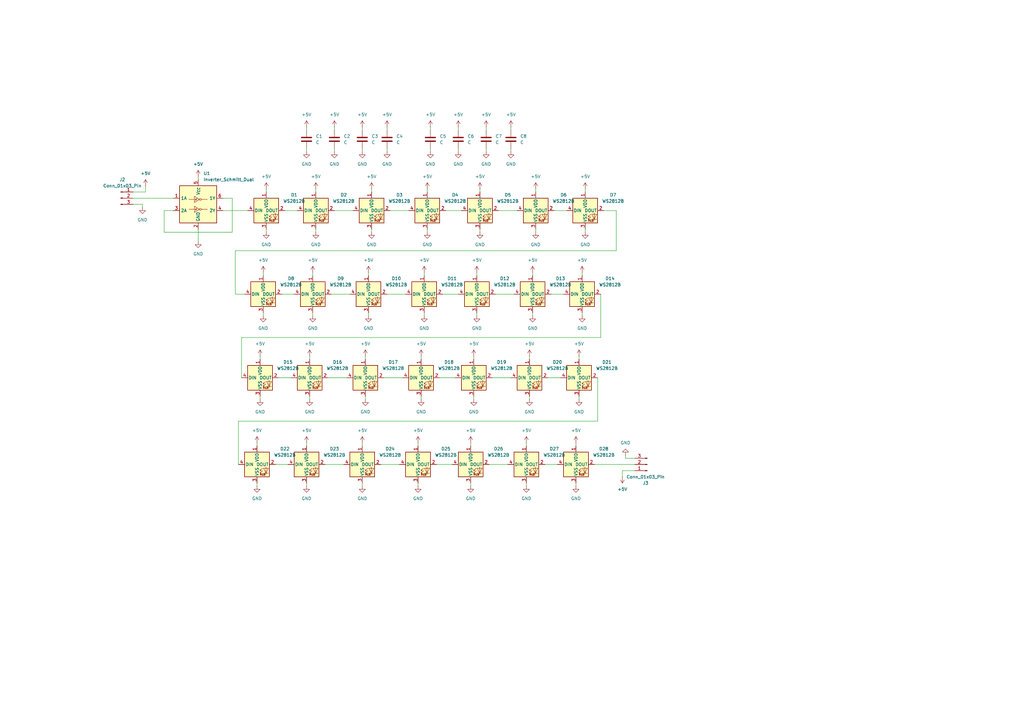
<source format=kicad_sch>
(kicad_sch (version 20250114) (generator "eeschema") (generator_version "9.0")
  (paper "A3")
  (lib_symbols
    (symbol "74xGxx:Inverter_Schmitt_Dual"
      (property "Reference" "U" (at 2.54 12.7 0))
      (property "Value" "Inverter_Schmitt_Dual" (at 2.54 10.16 0))
      (symbol "Inverter_Schmitt_Dual_1_1"
        (rectangle (start -7.62 7.62) (end 7.62 -7.62) (stroke (width 0.254)) (fill (type background)))
        (polyline (pts (xy -1.524 3.302) (xy 0.508 2.032) (xy -1.524 0.762) (xy -1.524 3.302)))
        (polyline (pts (xy -1.524 2.032) (xy -3.81 2.032)))
        (polyline (pts (xy -1.524 -0.762) (xy 0.508 -2.032) (xy -1.524 -3.302) (xy -1.524 -0.762)))
        (polyline (pts (xy -1.524 -2.032) (xy -3.81 -2.032)))
        (polyline (pts (xy -1.016 1.778) (xy -1.016 2.286) (xy -0.762 2.286) (xy -0.762 1.778) (xy -1.27 1.778)))
        (polyline (pts (xy -1.016 -2.286) (xy -1.016 -1.778) (xy -0.762 -1.778) (xy -0.762 -2.286) (xy -1.27 -2.286)))
        (polyline (pts (xy -0.762 2.286) (xy -0.508 2.286)))
        (polyline (pts (xy -0.762 -1.778) (xy -0.508 -1.778)))
        (circle (center 0.889 2.032) (radius 0.381))
        (circle (center 0.889 -2.032) (radius 0.381))
        (polyline (pts (xy 1.27 2.032) (xy 3.81 2.032)))
        (polyline (pts (xy 1.27 -2.032) (xy 3.81 -2.032)))
        (pin input line (at -10.16 2.54 0) (length 2.54) (name "1A") (number "1"))
        (pin input line (at -10.16 -2.54 0) (length 2.54) (name "2A") (number "3"))
        (pin power_in line (at 0 10.16 270) (length 2.54) (name "V_{CC}") (number "5"))
        (pin power_in line (at 0 -10.16 90) (length 2.54) (name "GND") (number "2"))
        (pin output line (at 10.16 2.54 180) (length 2.54) (name "1Y") (number "6"))
        (pin output line (at 10.16 -2.54 180) (length 2.54) (name "2Y") (number "4"))
      )
    )
    (symbol "Connector:Conn_01x03_Pin" (pin_names (offset 1.016) (hide yes))
      (property "Reference" "J" (at 0 5.08 0))
      (property "Value" "Conn_01x03_Pin" (at 0 -5.08 0))
      (symbol "Conn_01x03_Pin_1_1"
        (rectangle (start 0.8636 2.667) (end 0 2.413) (stroke (width 0.1524)) (fill (type outline)))
        (rectangle (start 0.8636 0.127) (end 0 -0.127) (stroke (width 0.1524)) (fill (type outline)))
        (rectangle (start 0.8636 -2.413) (end 0 -2.667) (stroke (width 0.1524)) (fill (type outline)))
        (polyline (pts (xy 1.27 2.54) (xy 0.8636 2.54)) (stroke (width 0.1524)))
        (polyline (pts (xy 1.27 0) (xy 0.8636 0)) (stroke (width 0.1524)))
        (polyline (pts (xy 1.27 -2.54) (xy 0.8636 -2.54)) (stroke (width 0.1524)))
        (pin passive line (at 5.08 2.54 180) (length 3.81) (name "Pin_1") (number "1"))
        (pin passive line (at 5.08 0 180) (length 3.81) (name "Pin_2") (number "2"))
        (pin passive line (at 5.08 -2.54 180) (length 3.81) (name "Pin_3") (number "3"))
      )
    )
    (symbol "Device:C" (pin_numbers (hide yes)) (pin_names (offset 0.254))
      (property "Reference" "C" (at 0.635 2.54 0))
      (property "Value" "C" (at 0.635 -2.54 0))
      (symbol "C_0_1"
        (polyline (pts (xy -2.032 0.762) (xy 2.032 0.762)) (stroke (width 0.508)))
        (polyline (pts (xy -2.032 -0.762) (xy 2.032 -0.762)) (stroke (width 0.508)))
      )
      (symbol "C_1_1"
        (pin passive line (at 0 3.81 270) (length 2.794) (name "~") (number "1"))
        (pin passive line (at 0 -3.81 90) (length 2.794) (name "~") (number "2"))
      )
    )
    (symbol "LED:WS2812B" (pin_names (offset 0.254))
      (property "Reference" "D" (at 5.08 5.715 0))
      (property "Value" "WS2812B" (at 1.27 -5.715 0))
      (symbol "WS2812B_0_0"
        (text "RGB" (at 2.286 -4.191 0) (effects (font (size 0.762 0.762))))
      )
      (symbol "WS2812B_0_1"
        (polyline (pts (xy 1.27 -2.54) (xy 1.778 -2.54)))
        (polyline (pts (xy 1.27 -3.556) (xy 1.778 -3.556)))
        (polyline (pts (xy 2.286 -1.524) (xy 1.27 -2.54) (xy 1.27 -2.032)))
        (polyline (pts (xy 2.286 -2.54) (xy 1.27 -3.556) (xy 1.27 -3.048)))
        (polyline (pts (xy 3.683 -1.016) (xy 3.683 -3.556) (xy 3.683 -4.064)))
        (polyline (pts (xy 4.699 -1.524) (xy 2.667 -1.524) (xy 3.683 -3.556) (xy 4.699 -1.524)))
        (polyline (pts (xy 4.699 -3.556) (xy 2.667 -3.556)))
        (rectangle (start 5.08 5.08) (end -5.08 -5.08) (stroke (width 0.254)) (fill (type background)))
      )
      (symbol "WS2812B_1_1"
        (pin input line (at -7.62 0 0) (length 2.54) (name "DIN") (number "4"))
        (pin power_in line (at 0 7.62 270) (length 2.54) (name "VDD") (number "1"))
        (pin power_in line (at 0 -7.62 90) (length 2.54) (name "VSS") (number "3"))
        (pin output line (at 7.62 0 180) (length 2.54) (name "DOUT") (number "2"))
      )
    )
    (symbol "power:+5V" (power) (pin_numbers (hide yes)) (pin_names (offset 0) (hide yes))
      (property "Value" "+5V" (at 0 3.556 0))
      (symbol "+5V_0_1"
        (polyline (pts (xy -0.762 1.27) (xy 0 2.54)))
        (polyline (pts (xy 0 2.54) (xy 0.762 1.27)))
        (polyline (pts (xy 0 0) (xy 0 2.54)))
      )
      (symbol "+5V_1_1"
        (pin power_in line (at 0 0 90) (length 0) (name "~") (number "1"))
      )
    )
    (symbol "power:GND" (power) (pin_numbers (hide yes)) (pin_names (offset 0) (hide yes))
      (property "Value" "GND" (at 0 -3.81 0))
      (symbol "GND_0_1"
        (polyline (pts (xy 0 0) (xy 0 -1.27) (xy 1.27 -1.27) (xy 0 -2.54) (xy -1.27 -1.27) (xy 0 -1.27)))
      )
      (symbol "GND_1_1"
        (pin power_in line (at 0 0 270) (length 0) (name "~") (number "1"))
      )
    )
  )
  (wire (pts (xy 152.4 95.25) (xy 152.4 93.98)))
  (wire (pts (xy 194.31 146.05) (xy 194.31 147.32)))
  (wire (pts (xy 105.41 199.39) (xy 105.41 198.12)))
  (wire (pts (xy 245.11 172.72) (xy 97.79 172.72)))
  (wire (pts (xy 160.02 86.36) (xy 167.64 86.36)))
  (wire (pts (xy 95.25 95.25) (xy 67.31 95.25)))
  (wire (pts (xy 224.79 154.94) (xy 229.87 154.94)))
  (wire (pts (xy 156.21 190.5) (xy 163.83 190.5)))
  (wire (pts (xy 175.26 77.47) (xy 175.26 78.74)))
  (wire (pts (xy 252.73 86.36) (xy 252.73 102.87)))
  (wire (pts (xy 95.25 81.28) (xy 95.25 95.25)))
  (wire (pts (xy 137.16 86.36) (xy 144.78 86.36)))
  (wire (pts (xy 200.66 190.5) (xy 208.28 190.5)))
  (wire (pts (xy 173.99 111.76) (xy 173.99 113.03)))
  (wire (pts (xy 157.48 154.94) (xy 165.1 154.94)))
  (wire (pts (xy 171.45 199.39) (xy 171.45 198.12)))
  (wire (pts (xy 199.39 60.96) (xy 199.39 62.23)))
  (wire (pts (xy 105.41 181.61) (xy 105.41 182.88)))
  (wire (pts (xy 203.2 120.65) (xy 210.82 120.65)))
  (wire (pts (xy 187.96 52.07) (xy 187.96 53.34)))
  (wire (pts (xy 58.42 83.82) (xy 54.61 83.82)))
  (wire (pts (xy 158.75 60.96) (xy 158.75 62.23)))
  (wire (pts (xy 227.33 86.36) (xy 232.41 86.36)))
  (wire (pts (xy 135.89 120.65) (xy 143.51 120.65)))
  (wire (pts (xy 149.86 163.83) (xy 149.86 162.56)))
  (wire (pts (xy 99.06 138.43) (xy 99.06 154.94)))
  (wire (pts (xy 148.59 199.39) (xy 148.59 198.12)))
  (wire (pts (xy 114.3 154.94) (xy 119.38 154.94)))
  (wire (pts (xy 226.06 120.65) (xy 231.14 120.65)))
  (wire (pts (xy 148.59 60.96) (xy 148.59 62.23)))
  (wire (pts (xy 195.58 111.76) (xy 195.58 113.03)))
  (wire (pts (xy 106.68 146.05) (xy 106.68 147.32)))
  (wire (pts (xy 245.11 154.94) (xy 245.11 172.72)))
  (wire (pts (xy 58.42 85.09) (xy 58.42 83.82)))
  (wire (pts (xy 243.84 190.5) (xy 260.35 190.5)))
  (wire (pts (xy 109.22 95.25) (xy 109.22 93.98)))
  (wire (pts (xy 115.57 120.65) (xy 120.65 120.65)))
  (wire (pts (xy 217.17 163.83) (xy 217.17 162.56)))
  (wire (pts (xy 240.03 77.47) (xy 240.03 78.74)))
  (wire (pts (xy 129.54 95.25) (xy 129.54 93.98)))
  (wire (pts (xy 201.93 154.94) (xy 209.55 154.94)))
  (wire (pts (xy 193.04 181.61) (xy 193.04 182.88)))
  (wire (pts (xy 107.95 129.54) (xy 107.95 128.27)))
  (wire (pts (xy 129.54 77.47) (xy 129.54 78.74)))
  (wire (pts (xy 128.27 129.54) (xy 128.27 128.27)))
  (wire (pts (xy 148.59 52.07) (xy 148.59 53.34)))
  (wire (pts (xy 209.55 60.96) (xy 209.55 62.23)))
  (wire (pts (xy 137.16 60.96) (xy 137.16 62.23)))
  (wire (pts (xy 173.99 129.54) (xy 173.99 128.27)))
  (wire (pts (xy 182.88 86.36) (xy 189.23 86.36)))
  (wire (pts (xy 246.38 120.65) (xy 246.38 138.43)))
  (wire (pts (xy 125.73 199.39) (xy 125.73 198.12)))
  (wire (pts (xy 247.65 86.36) (xy 252.73 86.36)))
  (wire (pts (xy 238.76 111.76) (xy 238.76 113.03)))
  (wire (pts (xy 204.47 86.36) (xy 212.09 86.36)))
  (wire (pts (xy 81.28 72.39) (xy 81.28 73.66)))
  (wire (pts (xy 218.44 129.54) (xy 218.44 128.27)))
  (wire (pts (xy 151.13 111.76) (xy 151.13 113.03)))
  (wire (pts (xy 176.53 60.96) (xy 176.53 62.23)))
  (wire (pts (xy 149.86 146.05) (xy 149.86 147.32)))
  (wire (pts (xy 96.52 120.65) (xy 100.33 120.65)))
  (wire (pts (xy 196.85 95.25) (xy 196.85 93.98)))
  (wire (pts (xy 54.61 81.28) (xy 71.12 81.28)))
  (wire (pts (xy 256.54 186.69) (xy 256.54 187.96)))
  (wire (pts (xy 158.75 120.65) (xy 166.37 120.65)))
  (wire (pts (xy 180.34 154.94) (xy 186.69 154.94)))
  (wire (pts (xy 125.73 181.61) (xy 125.73 182.88)))
  (wire (pts (xy 128.27 111.76) (xy 128.27 113.03)))
  (wire (pts (xy 152.4 77.47) (xy 152.4 78.74)))
  (wire (pts (xy 97.79 172.72) (xy 97.79 190.5)))
  (wire (pts (xy 187.96 60.96) (xy 187.96 62.23)))
  (wire (pts (xy 113.03 190.5) (xy 118.11 190.5)))
  (wire (pts (xy 59.69 76.2) (xy 59.69 78.74)))
  (wire (pts (xy 127 163.83) (xy 127 162.56)))
  (wire (pts (xy 209.55 52.07) (xy 209.55 53.34)))
  (wire (pts (xy 158.75 52.07) (xy 158.75 53.34)))
  (wire (pts (xy 193.04 199.39) (xy 193.04 198.12)))
  (wire (pts (xy 125.73 52.07) (xy 125.73 53.34)))
  (wire (pts (xy 175.26 95.25) (xy 175.26 93.98)))
  (wire (pts (xy 176.53 52.07) (xy 176.53 53.34)))
  (wire (pts (xy 148.59 181.61) (xy 148.59 182.88)))
  (wire (pts (xy 218.44 111.76) (xy 218.44 113.03)))
  (wire (pts (xy 238.76 129.54) (xy 238.76 128.27)))
  (wire (pts (xy 194.31 163.83) (xy 194.31 162.56)))
  (wire (pts (xy 109.22 77.47) (xy 109.22 78.74)))
  (wire (pts (xy 127 146.05) (xy 127 147.32)))
  (wire (pts (xy 246.38 138.43) (xy 99.06 138.43)))
  (wire (pts (xy 219.71 95.25) (xy 219.71 93.98)))
  (wire (pts (xy 67.31 95.25) (xy 67.31 86.36)))
  (wire (pts (xy 195.58 129.54) (xy 195.58 128.27)))
  (wire (pts (xy 181.61 120.65) (xy 187.96 120.65)))
  (wire (pts (xy 134.62 154.94) (xy 142.24 154.94)))
  (wire (pts (xy 125.73 60.96) (xy 125.73 62.23)))
  (wire (pts (xy 237.49 163.83) (xy 237.49 162.56)))
  (wire (pts (xy 116.84 86.36) (xy 121.92 86.36)))
  (wire (pts (xy 91.44 81.28) (xy 95.25 81.28)))
  (wire (pts (xy 133.35 190.5) (xy 140.97 190.5)))
  (wire (pts (xy 255.27 195.58) (xy 255.27 193.04)))
  (wire (pts (xy 171.45 181.61) (xy 171.45 182.88)))
  (wire (pts (xy 151.13 129.54) (xy 151.13 128.27)))
  (wire (pts (xy 172.72 163.83) (xy 172.72 162.56)))
  (wire (pts (xy 107.95 111.76) (xy 107.95 113.03)))
  (wire (pts (xy 236.22 181.61) (xy 236.22 182.88)))
  (wire (pts (xy 240.03 95.25) (xy 240.03 93.98)))
  (wire (pts (xy 217.17 146.05) (xy 217.17 147.32)))
  (wire (pts (xy 91.44 86.36) (xy 101.6 86.36)))
  (wire (pts (xy 67.31 86.36) (xy 71.12 86.36)))
  (wire (pts (xy 219.71 77.47) (xy 219.71 78.74)))
  (wire (pts (xy 179.07 190.5) (xy 185.42 190.5)))
  (wire (pts (xy 172.72 146.05) (xy 172.72 147.32)))
  (wire (pts (xy 236.22 199.39) (xy 236.22 198.12)))
  (wire (pts (xy 137.16 52.07) (xy 137.16 53.34)))
  (wire (pts (xy 255.27 193.04) (xy 260.35 193.04)))
  (wire (pts (xy 196.85 77.47) (xy 196.85 78.74)))
  (wire (pts (xy 96.52 102.87) (xy 96.52 120.65)))
  (wire (pts (xy 237.49 146.05) (xy 237.49 147.32)))
  (wire (pts (xy 252.73 102.87) (xy 96.52 102.87)))
  (wire (pts (xy 59.69 78.74) (xy 54.61 78.74)))
  (wire (pts (xy 199.39 52.07) (xy 199.39 53.34)))
  (wire (pts (xy 215.9 199.39) (xy 215.9 198.12)))
  (wire (pts (xy 215.9 181.61) (xy 215.9 182.88)))
  (wire (pts (xy 223.52 190.5) (xy 228.6 190.5)))
  (wire (pts (xy 106.68 163.83) (xy 106.68 162.56)))
  (wire (pts (xy 81.28 93.98) (xy 81.28 99.06)))
  (wire (pts (xy 256.54 187.96) (xy 260.35 187.96)))
  (symbol (lib_id "power:+5V") (at 173.99 111.76 0) (unit 1)
    (property "Reference" "#PWR032" (effects (hide yes)))
    (property "Value" "+5V" (at 173.99 106.68 0))
    (property "Description" "Power symbol creates a global label with name \"+5V\"" (effects (hide yes)))
  )
  (symbol (lib_id "power:GND") (at 107.95 129.54 0) (unit 1)
    (property "Reference" "#PWR027" (effects (hide yes)))
    (property "Value" "GND" (at 107.95 134.62 0))
    (property "Description" "Power symbol creates a global label with name \"GND\" , ground" (effects (hide yes)))
  )
  (symbol (lib_id "LED:WS2812B") (at 195.58 120.65 0) (unit 1)
    (property "Reference" "D12" (at 207.01 114.2298 0))
    (property "Value" "WS2812B" (at 207.01 116.7698 0))
    (property "Footprint" "LED_SMD:LED_WS2812B_PLCC4_5.0x5.0mm_P3.2mm" (effects (hide yes)))
    (property "Datasheet" "https://cdn-shop.adafruit.com/datasheets/WS2812B.pdf" (effects (hide yes)))
    (property "Description" "RGB LED with integrated controller" (effects (hide yes)))
  )
  (symbol (lib_id "power:+5V") (at 125.73 181.61 0) (unit 1)
    (property "Reference" "#PWR056" (effects (hide yes)))
    (property "Value" "+5V" (at 125.73 176.53 0))
    (property "Description" "Power symbol creates a global label with name \"+5V\"" (effects (hide yes)))
  )
  (symbol (lib_id "power:GND") (at 149.86 163.83 0) (unit 1)
    (property "Reference" "#PWR045" (effects (hide yes)))
    (property "Value" "GND" (at 149.86 168.91 0))
    (property "Description" "Power symbol creates a global label with name \"GND\" , ground" (effects (hide yes)))
  )
  (symbol (lib_id "Device:C") (at 209.55 57.15 0) (unit 1)
    (property "Reference" "C8" (at 213.36 55.8799 0) (effects (justify left)))
    (property "Value" "C" (at 213.36 58.4199 0) (effects (justify left)))
    (property "Footprint" "Capacitor_SMD:C_0805_2012Metric" (effects (hide yes)))
    (property "Description" "Unpolarized capacitor" (effects (hide yes)))
  )
  (symbol (lib_id "power:GND") (at 176.53 62.23 0) (unit 1)
    (property "Reference" "#PWR069" (effects (hide yes)))
    (property "Value" "GND" (at 176.53 67.31 0))
    (property "Description" "Power symbol creates a global label with name \"GND\" , ground" (effects (hide yes)))
  )
  (symbol (lib_id "power:GND") (at 236.22 199.39 0) (unit 1)
    (property "Reference" "#PWR067" (effects (hide yes)))
    (property "Value" "GND" (at 236.22 204.47 0))
    (property "Description" "Power symbol creates a global label with name \"GND\" , ground" (effects (hide yes)))
  )
  (symbol (lib_id "LED:WS2812B") (at 109.22 86.36 0) (unit 1)
    (property "Reference" "D1" (at 120.65 79.9398 0))
    (property "Value" "WS2812B" (at 120.65 82.4798 0))
    (property "Footprint" "LED_SMD:LED_WS2812B_PLCC4_5.0x5.0mm_P3.2mm" (effects (hide yes)))
    (property "Datasheet" "https://cdn-shop.adafruit.com/datasheets/WS2812B.pdf" (effects (hide yes)))
    (property "Description" "RGB LED with integrated controller" (effects (hide yes)))
  )
  (symbol (lib_id "power:GND") (at 173.99 129.54 0) (unit 1)
    (property "Reference" "#PWR033" (effects (hide yes)))
    (property "Value" "GND" (at 173.99 134.62 0))
    (property "Description" "Power symbol creates a global label with name \"GND\" , ground" (effects (hide yes)))
  )
  (symbol (lib_id "power:+5V") (at 209.55 52.07 0) (unit 1)
    (property "Reference" "#PWR074" (effects (hide yes)))
    (property "Value" "+5V" (at 209.55 46.99 0))
    (property "Description" "Power symbol creates a global label with name \"+5V\"" (effects (hide yes)))
  )
  (symbol (lib_id "power:+5V") (at 59.69 76.2 0) (unit 1)
    (property "Reference" "#PWR076" (effects (hide yes)))
    (property "Value" "+5V" (at 59.69 71.12 0))
    (property "Description" "Power symbol creates a global label with name \"+5V\"" (effects (hide yes)))
  )
  (symbol (lib_id "LED:WS2812B") (at 217.17 154.94 0) (unit 1)
    (property "Reference" "D20" (at 228.6 148.5198 0))
    (property "Value" "WS2812B" (at 228.6 151.0598 0))
    (property "Footprint" "LED_SMD:LED_WS2812B_PLCC4_5.0x5.0mm_P3.2mm" (effects (hide yes)))
    (property "Datasheet" "https://cdn-shop.adafruit.com/datasheets/WS2812B.pdf" (effects (hide yes)))
    (property "Description" "RGB LED with integrated controller" (effects (hide yes)))
  )
  (symbol (lib_id "power:GND") (at 58.42 85.09 0) (unit 1)
    (property "Reference" "#PWR077" (effects (hide yes)))
    (property "Value" "GND" (at 58.42 90.17 0))
    (property "Description" "Power symbol creates a global label with name \"GND\" , ground" (effects (hide yes)))
  )
  (symbol (lib_id "power:GND") (at 151.13 129.54 0) (unit 1)
    (property "Reference" "#PWR031" (effects (hide yes)))
    (property "Value" "GND" (at 151.13 134.62 0))
    (property "Description" "Power symbol creates a global label with name \"GND\" , ground" (effects (hide yes)))
  )
  (symbol (lib_id "power:+5V") (at 129.54 77.47 0) (unit 1)
    (property "Reference" "#PWR06" (effects (hide yes)))
    (property "Value" "+5V" (at 129.54 72.39 0))
    (property "Description" "Power symbol creates a global label with name \"+5V\"" (effects (hide yes)))
  )
  (symbol (lib_id "power:+5V") (at 105.41 181.61 0) (unit 1)
    (property "Reference" "#PWR054" (effects (hide yes)))
    (property "Value" "+5V" (at 105.41 176.53 0))
    (property "Description" "Power symbol creates a global label with name \"+5V\"" (effects (hide yes)))
  )
  (symbol (lib_id "power:+5V") (at 109.22 77.47 0) (unit 1)
    (property "Reference" "#PWR05" (effects (hide yes)))
    (property "Value" "+5V" (at 109.22 72.39 0))
    (property "Description" "Power symbol creates a global label with name \"+5V\"" (effects (hide yes)))
  )
  (symbol (lib_id "Device:C") (at 158.75 57.15 0) (unit 1)
    (property "Reference" "C4" (at 162.56 55.8799 0) (effects (justify left)))
    (property "Value" "C" (at 162.56 58.4199 0) (effects (justify left)))
    (property "Footprint" "Capacitor_SMD:C_0805_2012Metric" (effects (hide yes)))
    (property "Description" "Unpolarized capacitor" (effects (hide yes)))
  )
  (symbol (lib_id "LED:WS2812B") (at 193.04 190.5 0) (unit 1)
    (property "Reference" "D26" (at 204.47 184.0798 0))
    (property "Value" "WS2812B" (at 204.47 186.6198 0))
    (property "Footprint" "LED_SMD:LED_WS2812B_PLCC4_5.0x5.0mm_P3.2mm" (effects (hide yes)))
    (property "Datasheet" "https://cdn-shop.adafruit.com/datasheets/WS2812B.pdf" (effects (hide yes)))
    (property "Description" "RGB LED with integrated controller" (effects (hide yes)))
  )
  (symbol (lib_id "LED:WS2812B") (at 129.54 86.36 0) (unit 1)
    (property "Reference" "D2" (at 140.97 79.9398 0))
    (property "Value" "WS2812B" (at 140.97 82.4798 0))
    (property "Footprint" "LED_SMD:LED_WS2812B_PLCC4_5.0x5.0mm_P3.2mm" (effects (hide yes)))
    (property "Datasheet" "https://cdn-shop.adafruit.com/datasheets/WS2812B.pdf" (effects (hide yes)))
    (property "Description" "RGB LED with integrated controller" (effects (hide yes)))
  )
  (symbol (lib_id "power:+5V") (at 187.96 52.07 0) (unit 1)
    (property "Reference" "#PWR070" (effects (hide yes)))
    (property "Value" "+5V" (at 187.96 46.99 0))
    (property "Description" "Power symbol creates a global label with name \"+5V\"" (effects (hide yes)))
  )
  (symbol (lib_id "power:GND") (at 148.59 62.23 0) (unit 1)
    (property "Reference" "#PWR023" (effects (hide yes)))
    (property "Value" "GND" (at 148.59 67.31 0))
    (property "Description" "Power symbol creates a global label with name \"GND\" , ground" (effects (hide yes)))
  )
  (symbol (lib_id "LED:WS2812B") (at 236.22 190.5 0) (unit 1)
    (property "Reference" "D28" (at 247.65 184.0798 0))
    (property "Value" "WS2812B" (at 247.65 186.6198 0))
    (property "Footprint" "LED_SMD:LED_WS2812B_PLCC4_5.0x5.0mm_P3.2mm" (effects (hide yes)))
    (property "Datasheet" "https://cdn-shop.adafruit.com/datasheets/WS2812B.pdf" (effects (hide yes)))
    (property "Description" "RGB LED with integrated controller" (effects (hide yes)))
  )
  (symbol (lib_id "power:GND") (at 127 163.83 0) (unit 1)
    (property "Reference" "#PWR043" (effects (hide yes)))
    (property "Value" "GND" (at 127 168.91 0))
    (property "Description" "Power symbol creates a global label with name \"GND\" , ground" (effects (hide yes)))
  )
  (symbol (lib_id "power:GND") (at 196.85 95.25 0) (unit 1)
    (property "Reference" "#PWR013" (effects (hide yes)))
    (property "Value" "GND" (at 196.85 100.33 0))
    (property "Description" "Power symbol creates a global label with name \"GND\" , ground" (effects (hide yes)))
  )
  (symbol (lib_id "power:+5V") (at 236.22 181.61 0) (unit 1)
    (property "Reference" "#PWR066" (effects (hide yes)))
    (property "Value" "+5V" (at 236.22 176.53 0))
    (property "Description" "Power symbol creates a global label with name \"+5V\"" (effects (hide yes)))
  )
  (symbol (lib_id "LED:WS2812B") (at 237.49 154.94 0) (unit 1)
    (property "Reference" "D21" (at 248.92 148.5198 0))
    (property "Value" "WS2812B" (at 248.92 151.0598 0))
    (property "Footprint" "LED_SMD:LED_WS2812B_PLCC4_5.0x5.0mm_P3.2mm" (effects (hide yes)))
    (property "Datasheet" "https://cdn-shop.adafruit.com/datasheets/WS2812B.pdf" (effects (hide yes)))
    (property "Description" "RGB LED with integrated controller" (effects (hide yes)))
  )
  (symbol (lib_id "LED:WS2812B") (at 149.86 154.94 0) (unit 1)
    (property "Reference" "D17" (at 161.29 148.5198 0))
    (property "Value" "WS2812B" (at 161.29 151.0598 0))
    (property "Footprint" "LED_SMD:LED_WS2812B_PLCC4_5.0x5.0mm_P3.2mm" (effects (hide yes)))
    (property "Datasheet" "https://cdn-shop.adafruit.com/datasheets/WS2812B.pdf" (effects (hide yes)))
    (property "Description" "RGB LED with integrated controller" (effects (hide yes)))
  )
  (symbol (lib_id "power:GND") (at 125.73 199.39 0) (unit 1)
    (property "Reference" "#PWR057" (effects (hide yes)))
    (property "Value" "GND" (at 125.73 204.47 0))
    (property "Description" "Power symbol creates a global label with name \"GND\" , ground" (effects (hide yes)))
  )
  (symbol (lib_id "power:GND") (at 195.58 129.54 0) (unit 1)
    (property "Reference" "#PWR035" (effects (hide yes)))
    (property "Value" "GND" (at 195.58 134.62 0))
    (property "Description" "Power symbol creates a global label with name \"GND\" , ground" (effects (hide yes)))
  )
  (symbol (lib_id "power:+5V") (at 127 146.05 0) (unit 1)
    (property "Reference" "#PWR042" (effects (hide yes)))
    (property "Value" "+5V" (at 127 140.97 0))
    (property "Description" "Power symbol creates a global label with name \"+5V\"" (effects (hide yes)))
  )
  (symbol (lib_id "Device:C") (at 199.39 57.15 0) (unit 1)
    (property "Reference" "C7" (at 203.2 55.8799 0) (effects (justify left)))
    (property "Value" "C" (at 203.2 58.4199 0) (effects (justify left)))
    (property "Footprint" "Capacitor_SMD:C_0805_2012Metric" (effects (hide yes)))
    (property "Description" "Unpolarized capacitor" (effects (hide yes)))
  )
  (symbol (lib_id "Device:C") (at 137.16 57.15 0) (unit 1)
    (property "Reference" "C2" (at 140.97 55.8799 0) (effects (justify left)))
    (property "Value" "C" (at 140.97 58.4199 0) (effects (justify left)))
    (property "Footprint" "Capacitor_SMD:C_0805_2012Metric" (effects (hide yes)))
    (property "Description" "Unpolarized capacitor" (effects (hide yes)))
  )
  (symbol (lib_id "power:GND") (at 172.72 163.83 0) (unit 1)
    (property "Reference" "#PWR047" (effects (hide yes)))
    (property "Value" "GND" (at 172.72 168.91 0))
    (property "Description" "Power symbol creates a global label with name \"GND\" , ground" (effects (hide yes)))
  )
  (symbol (lib_id "power:GND") (at 209.55 62.23 0) (unit 1)
    (property "Reference" "#PWR075" (effects (hide yes)))
    (property "Value" "GND" (at 209.55 67.31 0))
    (property "Description" "Power symbol creates a global label with name \"GND\" , ground" (effects (hide yes)))
  )
  (symbol (lib_id "power:+5V") (at 149.86 146.05 0) (unit 1)
    (property "Reference" "#PWR044" (effects (hide yes)))
    (property "Value" "+5V" (at 149.86 140.97 0))
    (property "Description" "Power symbol creates a global label with name \"+5V\"" (effects (hide yes)))
  )
  (symbol (lib_id "LED:WS2812B") (at 194.31 154.94 0) (unit 1)
    (property "Reference" "D19" (at 205.74 148.5198 0))
    (property "Value" "WS2812B" (at 205.74 151.0598 0))
    (property "Footprint" "LED_SMD:LED_WS2812B_PLCC4_5.0x5.0mm_P3.2mm" (effects (hide yes)))
    (property "Datasheet" "https://cdn-shop.adafruit.com/datasheets/WS2812B.pdf" (effects (hide yes)))
    (property "Description" "RGB LED with integrated controller" (effects (hide yes)))
  )
  (symbol (lib_id "power:+5V") (at 172.72 146.05 0) (unit 1)
    (property "Reference" "#PWR046" (effects (hide yes)))
    (property "Value" "+5V" (at 172.72 140.97 0))
    (property "Description" "Power symbol creates a global label with name \"+5V\"" (effects (hide yes)))
  )
  (symbol (lib_id "LED:WS2812B") (at 218.44 120.65 0) (unit 1)
    (property "Reference" "D13" (at 229.87 114.2298 0))
    (property "Value" "WS2812B" (at 229.87 116.7698 0))
    (property "Footprint" "LED_SMD:LED_WS2812B_PLCC4_5.0x5.0mm_P3.2mm" (effects (hide yes)))
    (property "Datasheet" "https://cdn-shop.adafruit.com/datasheets/WS2812B.pdf" (effects (hide yes)))
    (property "Description" "RGB LED with integrated controller" (effects (hide yes)))
  )
  (symbol (lib_id "power:+5V") (at 107.95 111.76 0) (unit 1)
    (property "Reference" "#PWR026" (effects (hide yes)))
    (property "Value" "+5V" (at 107.95 106.68 0))
    (property "Description" "Power symbol creates a global label with name \"+5V\"" (effects (hide yes)))
  )
  (symbol (lib_id "power:GND") (at 171.45 199.39 0) (unit 1)
    (property "Reference" "#PWR061" (effects (hide yes)))
    (property "Value" "GND" (at 171.45 204.47 0))
    (property "Description" "Power symbol creates a global label with name \"GND\" , ground" (effects (hide yes)))
  )
  (symbol (lib_id "LED:WS2812B") (at 172.72 154.94 0) (unit 1)
    (property "Reference" "D18" (at 184.15 148.5198 0))
    (property "Value" "WS2812B" (at 184.15 151.0598 0))
    (property "Footprint" "LED_SMD:LED_WS2812B_PLCC4_5.0x5.0mm_P3.2mm" (effects (hide yes)))
    (property "Datasheet" "https://cdn-shop.adafruit.com/datasheets/WS2812B.pdf" (effects (hide yes)))
    (property "Description" "RGB LED with integrated controller" (effects (hide yes)))
  )
  (symbol (lib_id "LED:WS2812B") (at 215.9 190.5 0) (unit 1)
    (property "Reference" "D27" (at 227.33 184.0798 0))
    (property "Value" "WS2812B" (at 227.33 186.6198 0))
    (property "Footprint" "LED_SMD:LED_WS2812B_PLCC4_5.0x5.0mm_P3.2mm" (effects (hide yes)))
    (property "Datasheet" "https://cdn-shop.adafruit.com/datasheets/WS2812B.pdf" (effects (hide yes)))
    (property "Description" "RGB LED with integrated controller" (effects (hide yes)))
  )
  (symbol (lib_id "power:+5V") (at 218.44 111.76 0) (unit 1)
    (property "Reference" "#PWR036" (effects (hide yes)))
    (property "Value" "+5V" (at 218.44 106.68 0))
    (property "Description" "Power symbol creates a global label with name \"+5V\"" (effects (hide yes)))
  )
  (symbol (lib_id "power:+5V") (at 199.39 52.07 0) (unit 1)
    (property "Reference" "#PWR072" (effects (hide yes)))
    (property "Value" "+5V" (at 199.39 46.99 0))
    (property "Description" "Power symbol creates a global label with name \"+5V\"" (effects (hide yes)))
  )
  (symbol (lib_id "LED:WS2812B") (at 196.85 86.36 0) (unit 1)
    (property "Reference" "D5" (at 208.28 79.9398 0))
    (property "Value" "WS2812B" (at 208.28 82.4798 0))
    (property "Footprint" "LED_SMD:LED_WS2812B_PLCC4_5.0x5.0mm_P3.2mm" (effects (hide yes)))
    (property "Datasheet" "https://cdn-shop.adafruit.com/datasheets/WS2812B.pdf" (effects (hide yes)))
    (property "Description" "RGB LED with integrated controller" (effects (hide yes)))
  )
  (symbol (lib_id "power:GND") (at 109.22 95.25 0) (unit 1)
    (property "Reference" "#PWR03" (effects (hide yes)))
    (property "Value" "GND" (at 109.22 100.33 0))
    (property "Description" "Power symbol creates a global label with name \"GND\" , ground" (effects (hide yes)))
  )
  (symbol (lib_id "LED:WS2812B") (at 106.68 154.94 0) (unit 1)
    (property "Reference" "D15" (at 118.11 148.5198 0))
    (property "Value" "WS2812B" (at 118.11 151.0598 0))
    (property "Footprint" "LED_SMD:LED_WS2812B_PLCC4_5.0x5.0mm_P3.2mm" (effects (hide yes)))
    (property "Datasheet" "https://cdn-shop.adafruit.com/datasheets/WS2812B.pdf" (effects (hide yes)))
    (property "Description" "RGB LED with integrated controller" (effects (hide yes)))
  )
  (symbol (lib_id "power:GND") (at 148.59 199.39 0) (unit 1)
    (property "Reference" "#PWR059" (effects (hide yes)))
    (property "Value" "GND" (at 148.59 204.47 0))
    (property "Description" "Power symbol creates a global label with name \"GND\" , ground" (effects (hide yes)))
  )
  (symbol (lib_id "power:GND") (at 256.54 186.69 180) (unit 1)
    (property "Reference" "#PWR078" (effects (hide yes)))
    (property "Value" "GND" (at 256.54 181.61 0))
    (property "Description" "Power symbol creates a global label with name \"GND\" , ground" (effects (hide yes)))
  )
  (symbol (lib_id "LED:WS2812B") (at 128.27 120.65 0) (unit 1)
    (property "Reference" "D9" (at 139.7 114.2298 0))
    (property "Value" "WS2812B" (at 139.7 116.7698 0))
    (property "Footprint" "LED_SMD:LED_WS2812B_PLCC4_5.0x5.0mm_P3.2mm" (effects (hide yes)))
    (property "Datasheet" "https://cdn-shop.adafruit.com/datasheets/WS2812B.pdf" (effects (hide yes)))
    (property "Description" "RGB LED with integrated controller" (effects (hide yes)))
  )
  (symbol (lib_id "power:GND") (at 129.54 95.25 0) (unit 1)
    (property "Reference" "#PWR07" (effects (hide yes)))
    (property "Value" "GND" (at 129.54 100.33 0))
    (property "Description" "Power symbol creates a global label with name \"GND\" , ground" (effects (hide yes)))
  )
  (symbol (lib_id "LED:WS2812B") (at 240.03 86.36 0) (unit 1)
    (property "Reference" "D7" (at 251.46 79.9398 0))
    (property "Value" "WS2812B" (at 251.46 82.4798 0))
    (property "Footprint" "LED_SMD:LED_WS2812B_PLCC4_5.0x5.0mm_P3.2mm" (effects (hide yes)))
    (property "Datasheet" "https://cdn-shop.adafruit.com/datasheets/WS2812B.pdf" (effects (hide yes)))
    (property "Description" "RGB LED with integrated controller" (effects (hide yes)))
  )
  (symbol (lib_id "power:GND") (at 158.75 62.23 0) (unit 1)
    (property "Reference" "#PWR025" (effects (hide yes)))
    (property "Value" "GND" (at 158.75 67.31 0))
    (property "Description" "Power symbol creates a global label with name \"GND\" , ground" (effects (hide yes)))
  )
  (symbol (lib_id "power:+5V") (at 152.4 77.47 0) (unit 1)
    (property "Reference" "#PWR08" (effects (hide yes)))
    (property "Value" "+5V" (at 152.4 72.39 0))
    (property "Description" "Power symbol creates a global label with name \"+5V\"" (effects (hide yes)))
  )
  (symbol (lib_id "power:+5V") (at 217.17 146.05 0) (unit 1)
    (property "Reference" "#PWR050" (effects (hide yes)))
    (property "Value" "+5V" (at 217.17 140.97 0))
    (property "Description" "Power symbol creates a global label with name \"+5V\"" (effects (hide yes)))
  )
  (symbol (lib_id "LED:WS2812B") (at 152.4 86.36 0) (unit 1)
    (property "Reference" "D3" (at 163.83 79.9398 0))
    (property "Value" "WS2812B" (at 163.83 82.4798 0))
    (property "Footprint" "LED_SMD:LED_WS2812B_PLCC4_5.0x5.0mm_P3.2mm" (effects (hide yes)))
    (property "Datasheet" "https://cdn-shop.adafruit.com/datasheets/WS2812B.pdf" (effects (hide yes)))
    (property "Description" "RGB LED with integrated controller" (effects (hide yes)))
  )
  (symbol (lib_id "power:+5V") (at 194.31 146.05 0) (unit 1)
    (property "Reference" "#PWR048" (effects (hide yes)))
    (property "Value" "+5V" (at 194.31 140.97 0))
    (property "Description" "Power symbol creates a global label with name \"+5V\"" (effects (hide yes)))
  )
  (symbol (lib_id "LED:WS2812B") (at 151.13 120.65 0) (unit 1)
    (property "Reference" "D10" (at 162.56 114.2298 0))
    (property "Value" "WS2812B" (at 162.56 116.7698 0))
    (property "Footprint" "LED_SMD:LED_WS2812B_PLCC4_5.0x5.0mm_P3.2mm" (effects (hide yes)))
    (property "Datasheet" "https://cdn-shop.adafruit.com/datasheets/WS2812B.pdf" (effects (hide yes)))
    (property "Description" "RGB LED with integrated controller" (effects (hide yes)))
  )
  (symbol (lib_id "power:GND") (at 194.31 163.83 0) (unit 1)
    (property "Reference" "#PWR049" (effects (hide yes)))
    (property "Value" "GND" (at 194.31 168.91 0))
    (property "Description" "Power symbol creates a global label with name \"GND\" , ground" (effects (hide yes)))
  )
  (symbol (lib_id "Device:C") (at 176.53 57.15 0) (unit 1)
    (property "Reference" "C5" (at 180.34 55.8799 0) (effects (justify left)))
    (property "Value" "C" (at 180.34 58.4199 0) (effects (justify left)))
    (property "Footprint" "Capacitor_SMD:C_0805_2012Metric" (effects (hide yes)))
    (property "Description" "Unpolarized capacitor" (effects (hide yes)))
  )
  (symbol (lib_id "power:GND") (at 238.76 129.54 0) (unit 1)
    (property "Reference" "#PWR039" (effects (hide yes)))
    (property "Value" "GND" (at 238.76 134.62 0))
    (property "Description" "Power symbol creates a global label with name \"GND\" , ground" (effects (hide yes)))
  )
  (symbol (lib_id "power:+5V") (at 255.27 195.58 180) (unit 1)
    (property "Reference" "#PWR079" (effects (hide yes)))
    (property "Value" "+5V" (at 255.27 200.66 0))
    (property "Description" "Power symbol creates a global label with name \"+5V\"" (effects (hide yes)))
  )
  (symbol (lib_id "power:GND") (at 137.16 62.23 0) (unit 1)
    (property "Reference" "#PWR021" (effects (hide yes)))
    (property "Value" "GND" (at 137.16 67.31 0))
    (property "Description" "Power symbol creates a global label with name \"GND\" , ground" (effects (hide yes)))
  )
  (symbol (lib_id "Connector:Conn_01x03_Pin") (at 49.53 81.28 0) (unit 1)
    (property "Reference" "J2" (at 50.165 73.66 0))
    (property "Value" "Conn_01x03_Pin" (at 50.165 76.2 0))
    (property "Footprint" "Connector_PinSocket_2.54mm:PinSocket_1x03_P2.54mm_Horizontal" (effects (hide yes)))
    (property "Description" "Generic connector, single row, 01x03, script generated" (effects (hide yes)))
  )
  (symbol (lib_id "power:+5V") (at 148.59 181.61 0) (unit 1)
    (property "Reference" "#PWR058" (effects (hide yes)))
    (property "Value" "+5V" (at 148.59 176.53 0))
    (property "Description" "Power symbol creates a global label with name \"+5V\"" (effects (hide yes)))
  )
  (symbol (lib_id "LED:WS2812B") (at 105.41 190.5 0) (unit 1)
    (property "Reference" "D22" (at 116.84 184.0798 0))
    (property "Value" "WS2812B" (at 116.84 186.6198 0))
    (property "Footprint" "LED_SMD:LED_WS2812B_PLCC4_5.0x5.0mm_P3.2mm" (effects (hide yes)))
    (property "Datasheet" "https://cdn-shop.adafruit.com/datasheets/WS2812B.pdf" (effects (hide yes)))
    (property "Description" "RGB LED with integrated controller" (effects (hide yes)))
  )
  (symbol (lib_id "LED:WS2812B") (at 125.73 190.5 0) (unit 1)
    (property "Reference" "D23" (at 137.16 184.0798 0))
    (property "Value" "WS2812B" (at 137.16 186.6198 0))
    (property "Footprint" "LED_SMD:LED_WS2812B_PLCC4_5.0x5.0mm_P3.2mm" (effects (hide yes)))
    (property "Datasheet" "https://cdn-shop.adafruit.com/datasheets/WS2812B.pdf" (effects (hide yes)))
    (property "Description" "RGB LED with integrated controller" (effects (hide yes)))
  )
  (symbol (lib_id "power:GND") (at 187.96 62.23 0) (unit 1)
    (property "Reference" "#PWR071" (effects (hide yes)))
    (property "Value" "GND" (at 187.96 67.31 0))
    (property "Description" "Power symbol creates a global label with name \"GND\" , ground" (effects (hide yes)))
  )
  (symbol (lib_id "power:+5V") (at 137.16 52.07 0) (unit 1)
    (property "Reference" "#PWR020" (effects (hide yes)))
    (property "Value" "+5V" (at 137.16 46.99 0))
    (property "Description" "Power symbol creates a global label with name \"+5V\"" (effects (hide yes)))
  )
  (symbol (lib_id "Device:C") (at 187.96 57.15 0) (unit 1)
    (property "Reference" "C6" (at 191.77 55.8799 0) (effects (justify left)))
    (property "Value" "C" (at 191.77 58.4199 0) (effects (justify left)))
    (property "Footprint" "Capacitor_SMD:C_0805_2012Metric" (effects (hide yes)))
    (property "Description" "Unpolarized capacitor" (effects (hide yes)))
  )
  (symbol (lib_id "LED:WS2812B") (at 127 154.94 0) (unit 1)
    (property "Reference" "D16" (at 138.43 148.5198 0))
    (property "Value" "WS2812B" (at 138.43 151.0598 0))
    (property "Footprint" "LED_SMD:LED_WS2812B_PLCC4_5.0x5.0mm_P3.2mm" (effects (hide yes)))
    (property "Datasheet" "https://cdn-shop.adafruit.com/datasheets/WS2812B.pdf" (effects (hide yes)))
    (property "Description" "RGB LED with integrated controller" (effects (hide yes)))
  )
  (symbol (lib_id "Device:C") (at 125.73 57.15 0) (unit 1)
    (property "Reference" "C1" (at 129.54 55.8799 0) (effects (justify left)))
    (property "Value" "C" (at 129.54 58.4199 0) (effects (justify left)))
    (property "Footprint" "Capacitor_SMD:C_0805_2012Metric" (effects (hide yes)))
    (property "Description" "Unpolarized capacitor" (effects (hide yes)))
  )
  (symbol (lib_id "power:+5V") (at 106.68 146.05 0) (unit 1)
    (property "Reference" "#PWR040" (effects (hide yes)))
    (property "Value" "+5V" (at 106.68 140.97 0))
    (property "Description" "Power symbol creates a global label with name \"+5V\"" (effects (hide yes)))
  )
  (symbol (lib_id "power:GND") (at 217.17 163.83 0) (unit 1)
    (property "Reference" "#PWR051" (effects (hide yes)))
    (property "Value" "GND" (at 217.17 168.91 0))
    (property "Description" "Power symbol creates a global label with name \"GND\" , ground" (effects (hide yes)))
  )
  (symbol (lib_id "power:+5V") (at 193.04 181.61 0) (unit 1)
    (property "Reference" "#PWR062" (effects (hide yes)))
    (property "Value" "+5V" (at 193.04 176.53 0))
    (property "Description" "Power symbol creates a global label with name \"+5V\"" (effects (hide yes)))
  )
  (symbol (lib_id "power:+5V") (at 175.26 77.47 0) (unit 1)
    (property "Reference" "#PWR010" (effects (hide yes)))
    (property "Value" "+5V" (at 175.26 72.39 0))
    (property "Description" "Power symbol creates a global label with name \"+5V\"" (effects (hide yes)))
  )
  (symbol (lib_id "power:+5V") (at 195.58 111.76 0) (unit 1)
    (property "Reference" "#PWR034" (effects (hide yes)))
    (property "Value" "+5V" (at 195.58 106.68 0))
    (property "Description" "Power symbol creates a global label with name \"+5V\"" (effects (hide yes)))
  )
  (symbol (lib_id "power:+5V") (at 81.28 72.39 0) (unit 1)
    (property "Reference" "#PWR04" (effects (hide yes)))
    (property "Value" "+5V" (at 81.28 67.31 0))
    (property "Description" "Power symbol creates a global label with name \"+5V\"" (effects (hide yes)))
  )
  (symbol (lib_id "power:GND") (at 219.71 95.25 0) (unit 1)
    (property "Reference" "#PWR015" (effects (hide yes)))
    (property "Value" "GND" (at 219.71 100.33 0))
    (property "Description" "Power symbol creates a global label with name \"GND\" , ground" (effects (hide yes)))
  )
  (symbol (lib_id "power:+5V") (at 158.75 52.07 0) (unit 1)
    (property "Reference" "#PWR024" (effects (hide yes)))
    (property "Value" "+5V" (at 158.75 46.99 0))
    (property "Description" "Power symbol creates a global label with name \"+5V\"" (effects (hide yes)))
  )
  (symbol (lib_id "74xGxx:Inverter_Schmitt_Dual") (at 81.28 83.82 0) (unit 1)
    (property "Reference" "U1" (at 83.4233 71.12 0) (effects (justify left)))
    (property "Value" "Inverter_Schmitt_Dual" (at 83.4233 73.66 0) (effects (justify left)))
    (property "Footprint" "Package_TO_SOT_SMD:SOT-23-6_Handsoldering" (effects (hide yes)))
    (property "Description" "Dual schmitt inverter" (effects (hide yes)))
  )
  (symbol (lib_id "LED:WS2812B") (at 175.26 86.36 0) (unit 1)
    (property "Reference" "D4" (at 186.69 79.9398 0))
    (property "Value" "WS2812B" (at 186.69 82.4798 0))
    (property "Footprint" "LED_SMD:LED_WS2812B_PLCC4_5.0x5.0mm_P3.2mm" (effects (hide yes)))
    (property "Datasheet" "https://cdn-shop.adafruit.com/datasheets/WS2812B.pdf" (effects (hide yes)))
    (property "Description" "RGB LED with integrated controller" (effects (hide yes)))
  )
  (symbol (lib_id "power:+5V") (at 215.9 181.61 0) (unit 1)
    (property "Reference" "#PWR064" (effects (hide yes)))
    (property "Value" "+5V" (at 215.9 176.53 0))
    (property "Description" "Power symbol creates a global label with name \"+5V\"" (effects (hide yes)))
  )
  (symbol (lib_id "power:+5V") (at 240.03 77.47 0) (unit 1)
    (property "Reference" "#PWR016" (effects (hide yes)))
    (property "Value" "+5V" (at 240.03 72.39 0))
    (property "Description" "Power symbol creates a global label with name \"+5V\"" (effects (hide yes)))
  )
  (symbol (lib_id "power:+5V") (at 148.59 52.07 0) (unit 1)
    (property "Reference" "#PWR022" (effects (hide yes)))
    (property "Value" "+5V" (at 148.59 46.99 0))
    (property "Description" "Power symbol creates a global label with name \"+5V\"" (effects (hide yes)))
  )
  (symbol (lib_id "power:GND") (at 152.4 95.25 0) (unit 1)
    (property "Reference" "#PWR09" (effects (hide yes)))
    (property "Value" "GND" (at 152.4 100.33 0))
    (property "Description" "Power symbol creates a global label with name \"GND\" , ground" (effects (hide yes)))
  )
  (symbol (lib_id "power:+5V") (at 237.49 146.05 0) (unit 1)
    (property "Reference" "#PWR052" (effects (hide yes)))
    (property "Value" "+5V" (at 237.49 140.97 0))
    (property "Description" "Power symbol creates a global label with name \"+5V\"" (effects (hide yes)))
  )
  (symbol (lib_id "LED:WS2812B") (at 219.71 86.36 0) (unit 1)
    (property "Reference" "D6" (at 231.14 79.9398 0))
    (property "Value" "WS2812B" (at 231.14 82.4798 0))
    (property "Footprint" "LED_SMD:LED_WS2812B_PLCC4_5.0x5.0mm_P3.2mm" (effects (hide yes)))
    (property "Datasheet" "https://cdn-shop.adafruit.com/datasheets/WS2812B.pdf" (effects (hide yes)))
    (property "Description" "RGB LED with integrated controller" (effects (hide yes)))
  )
  (symbol (lib_id "power:GND") (at 218.44 129.54 0) (unit 1)
    (property "Reference" "#PWR037" (effects (hide yes)))
    (property "Value" "GND" (at 218.44 134.62 0))
    (property "Description" "Power symbol creates a global label with name \"GND\" , ground" (effects (hide yes)))
  )
  (symbol (lib_id "power:GND") (at 81.28 99.06 0) (unit 1)
    (property "Reference" "#PWR02" (effects (hide yes)))
    (property "Value" "GND" (at 81.28 104.14 0))
    (property "Description" "Power symbol creates a global label with name \"GND\" , ground" (effects (hide yes)))
  )
  (symbol (lib_id "power:+5V") (at 219.71 77.47 0) (unit 1)
    (property "Reference" "#PWR014" (effects (hide yes)))
    (property "Value" "+5V" (at 219.71 72.39 0))
    (property "Description" "Power symbol creates a global label with name \"+5V\"" (effects (hide yes)))
  )
  (symbol (lib_id "Connector:Conn_01x03_Pin") (at 265.43 190.5 180) (unit 1)
    (property "Reference" "J3" (at 264.795 198.12 0))
    (property "Value" "Conn_01x03_Pin" (at 264.795 195.58 0))
    (property "Footprint" "Connector_PinSocket_2.54mm:PinSocket_1x03_P2.54mm_Horizontal" (effects (hide yes)))
    (property "Description" "Generic connector, single row, 01x03, script generated" (effects (hide yes)))
  )
  (symbol (lib_id "power:GND") (at 175.26 95.25 0) (unit 1)
    (property "Reference" "#PWR011" (effects (hide yes)))
    (property "Value" "GND" (at 175.26 100.33 0))
    (property "Description" "Power symbol creates a global label with name \"GND\" , ground" (effects (hide yes)))
  )
  (symbol (lib_id "power:+5V") (at 151.13 111.76 0) (unit 1)
    (property "Reference" "#PWR030" (effects (hide yes)))
    (property "Value" "+5V" (at 151.13 106.68 0))
    (property "Description" "Power symbol creates a global label with name \"+5V\"" (effects (hide yes)))
  )
  (symbol (lib_id "power:GND") (at 105.41 199.39 0) (unit 1)
    (property "Reference" "#PWR055" (effects (hide yes)))
    (property "Value" "GND" (at 105.41 204.47 0))
    (property "Description" "Power symbol creates a global label with name \"GND\" , ground" (effects (hide yes)))
  )
  (symbol (lib_id "power:+5V") (at 171.45 181.61 0) (unit 1)
    (property "Reference" "#PWR060" (effects (hide yes)))
    (property "Value" "+5V" (at 171.45 176.53 0))
    (property "Description" "Power symbol creates a global label with name \"+5V\"" (effects (hide yes)))
  )
  (symbol (lib_id "LED:WS2812B") (at 238.76 120.65 0) (unit 1)
    (property "Reference" "D14" (at 250.19 114.2298 0))
    (property "Value" "WS2812B" (at 250.19 116.7698 0))
    (property "Footprint" "LED_SMD:LED_WS2812B_PLCC4_5.0x5.0mm_P3.2mm" (effects (hide yes)))
    (property "Datasheet" "https://cdn-shop.adafruit.com/datasheets/WS2812B.pdf" (effects (hide yes)))
    (property "Description" "RGB LED with integrated controller" (effects (hide yes)))
  )
  (symbol (lib_id "power:GND") (at 215.9 199.39 0) (unit 1)
    (property "Reference" "#PWR065" (effects (hide yes)))
    (property "Value" "GND" (at 215.9 204.47 0))
    (property "Description" "Power symbol creates a global label with name \"GND\" , ground" (effects (hide yes)))
  )
  (symbol (lib_id "LED:WS2812B") (at 148.59 190.5 0) (unit 1)
    (property "Reference" "D24" (at 160.02 184.0798 0))
    (property "Value" "WS2812B" (at 160.02 186.6198 0))
    (property "Footprint" "LED_SMD:LED_WS2812B_PLCC4_5.0x5.0mm_P3.2mm" (effects (hide yes)))
    (property "Datasheet" "https://cdn-shop.adafruit.com/datasheets/WS2812B.pdf" (effects (hide yes)))
    (property "Description" "RGB LED with integrated controller" (effects (hide yes)))
  )
  (symbol (lib_id "power:GND") (at 193.04 199.39 0) (unit 1)
    (property "Reference" "#PWR063" (effects (hide yes)))
    (property "Value" "GND" (at 193.04 204.47 0))
    (property "Description" "Power symbol creates a global label with name \"GND\" , ground" (effects (hide yes)))
  )
  (symbol (lib_id "LED:WS2812B") (at 171.45 190.5 0) (unit 1)
    (property "Reference" "D25" (at 182.88 184.0798 0))
    (property "Value" "WS2812B" (at 182.88 186.6198 0))
    (property "Footprint" "LED_SMD:LED_WS2812B_PLCC4_5.0x5.0mm_P3.2mm" (effects (hide yes)))
    (property "Datasheet" "https://cdn-shop.adafruit.com/datasheets/WS2812B.pdf" (effects (hide yes)))
    (property "Description" "RGB LED with integrated controller" (effects (hide yes)))
  )
  (symbol (lib_id "power:GND") (at 106.68 163.83 0) (unit 1)
    (property "Reference" "#PWR041" (effects (hide yes)))
    (property "Value" "GND" (at 106.68 168.91 0))
    (property "Description" "Power symbol creates a global label with name \"GND\" , ground" (effects (hide yes)))
  )
  (symbol (lib_id "power:+5V") (at 125.73 52.07 0) (unit 1)
    (property "Reference" "#PWR018" (effects (hide yes)))
    (property "Value" "+5V" (at 125.73 46.99 0))
    (property "Description" "Power symbol creates a global label with name \"+5V\"" (effects (hide yes)))
  )
  (symbol (lib_id "power:+5V") (at 176.53 52.07 0) (unit 1)
    (property "Reference" "#PWR068" (effects (hide yes)))
    (property "Value" "+5V" (at 176.53 46.99 0))
    (property "Description" "Power symbol creates a global label with name \"+5V\"" (effects (hide yes)))
  )
  (symbol (lib_id "Device:C") (at 148.59 57.15 0) (unit 1)
    (property "Reference" "C3" (at 152.4 55.8799 0) (effects (justify left)))
    (property "Value" "C" (at 152.4 58.4199 0) (effects (justify left)))
    (property "Footprint" "Capacitor_SMD:C_0805_2012Metric" (effects (hide yes)))
    (property "Description" "Unpolarized capacitor" (effects (hide yes)))
  )
  (symbol (lib_id "power:GND") (at 125.73 62.23 0) (unit 1)
    (property "Reference" "#PWR019" (effects (hide yes)))
    (property "Value" "GND" (at 125.73 67.31 0))
    (property "Description" "Power symbol creates a global label with name \"GND\" , ground" (effects (hide yes)))
  )
  (symbol (lib_id "power:+5V") (at 238.76 111.76 0) (unit 1)
    (property "Reference" "#PWR038" (effects (hide yes)))
    (property "Value" "+5V" (at 238.76 106.68 0))
    (property "Description" "Power symbol creates a global label with name \"+5V\"" (effects (hide yes)))
  )
  (symbol (lib_id "LED:WS2812B") (at 107.95 120.65 0) (unit 1)
    (property "Reference" "D8" (at 119.38 114.2298 0))
    (property "Value" "WS2812B" (at 119.38 116.7698 0))
    (property "Footprint" "LED_SMD:LED_WS2812B_PLCC4_5.0x5.0mm_P3.2mm" (effects (hide yes)))
    (property "Datasheet" "https://cdn-shop.adafruit.com/datasheets/WS2812B.pdf" (effects (hide yes)))
    (property "Description" "RGB LED with integrated controller" (effects (hide yes)))
  )
  (symbol (lib_id "power:GND") (at 128.27 129.54 0) (unit 1)
    (property "Reference" "#PWR029" (effects (hide yes)))
    (property "Value" "GND" (at 128.27 134.62 0))
    (property "Description" "Power symbol creates a global label with name \"GND\" , ground" (effects (hide yes)))
  )
  (symbol (lib_id "LED:WS2812B") (at 173.99 120.65 0) (unit 1)
    (property "Reference" "D11" (at 185.42 114.2298 0))
    (property "Value" "WS2812B" (at 185.42 116.7698 0))
    (property "Footprint" "LED_SMD:LED_WS2812B_PLCC4_5.0x5.0mm_P3.2mm" (effects (hide yes)))
    (property "Datasheet" "https://cdn-shop.adafruit.com/datasheets/WS2812B.pdf" (effects (hide yes)))
    (property "Description" "RGB LED with integrated controller" (effects (hide yes)))
  )
  (symbol (lib_id "power:GND") (at 240.03 95.25 0) (unit 1)
    (property "Reference" "#PWR017" (effects (hide yes)))
    (property "Value" "GND" (at 240.03 100.33 0))
    (property "Description" "Power symbol creates a global label with name \"GND\" , ground" (effects (hide yes)))
  )
  (symbol (lib_id "power:+5V") (at 128.27 111.76 0) (unit 1)
    (property "Reference" "#PWR028" (effects (hide yes)))
    (property "Value" "+5V" (at 128.27 106.68 0))
    (property "Description" "Power symbol creates a global label with name \"+5V\"" (effects (hide yes)))
  )
  (symbol (lib_id "power:+5V") (at 196.85 77.47 0) (unit 1)
    (property "Reference" "#PWR012" (effects (hide yes)))
    (property "Value" "+5V" (at 196.85 72.39 0))
    (property "Description" "Power symbol creates a global label with name \"+5V\"" (effects (hide yes)))
  )
  (symbol (lib_id "power:GND") (at 237.49 163.83 0) (unit 1)
    (property "Reference" "#PWR053" (effects (hide yes)))
    (property "Value" "GND" (at 237.49 168.91 0))
    (property "Description" "Power symbol creates a global label with name \"GND\" , ground" (effects (hide yes)))
  )
  (symbol (lib_id "power:GND") (at 199.39 62.23 0) (unit 1)
    (property "Reference" "#PWR073" (effects (hide yes)))
    (property "Value" "GND" (at 199.39 67.31 0))
    (property "Description" "Power symbol creates a global label with name \"GND\" , ground" (effects (hide yes)))
  )
)
</source>
